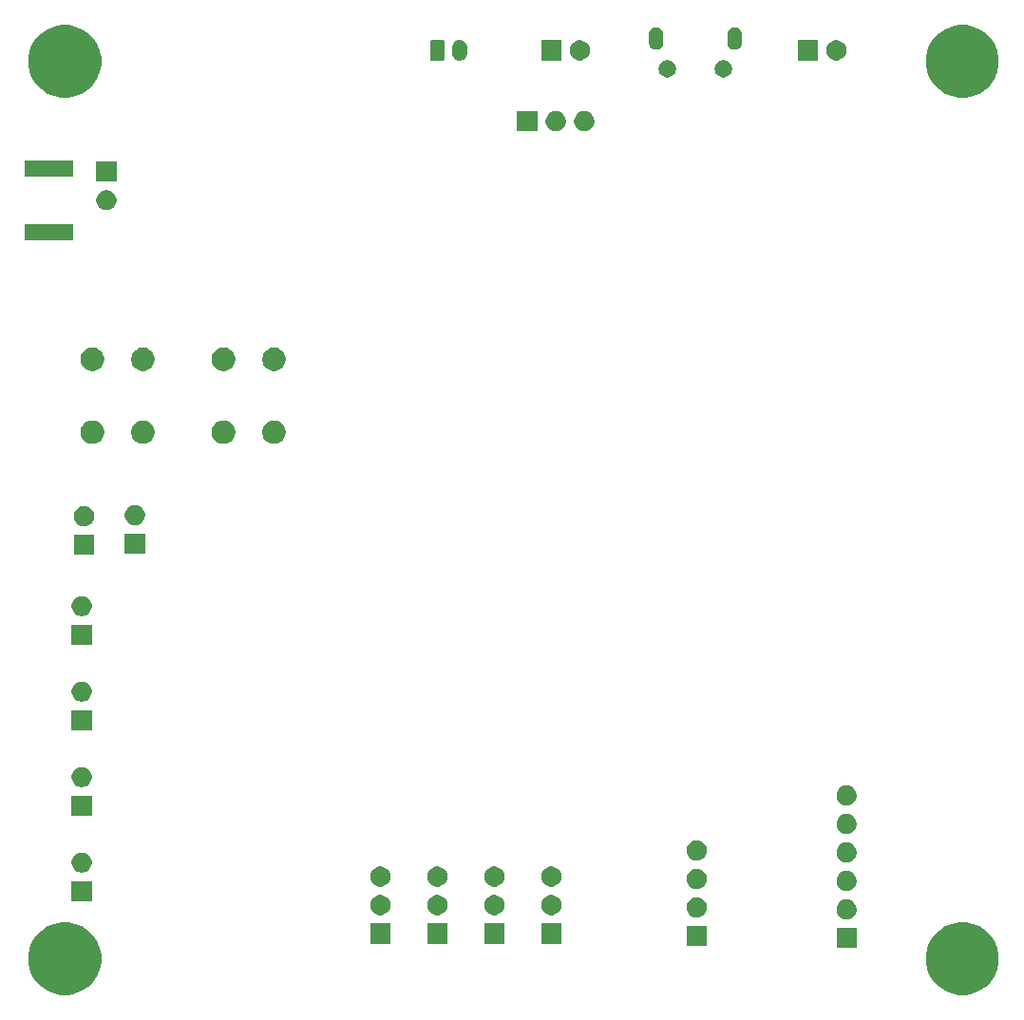
<source format=gbr>
G04 #@! TF.GenerationSoftware,KiCad,Pcbnew,5.1.5+dfsg1-2build2*
G04 #@! TF.CreationDate,2021-02-20T12:55:14-05:00*
G04 #@! TF.ProjectId,eboard,65626f61-7264-42e6-9b69-6361645f7063,rev?*
G04 #@! TF.SameCoordinates,Original*
G04 #@! TF.FileFunction,Soldermask,Bot*
G04 #@! TF.FilePolarity,Negative*
%FSLAX46Y46*%
G04 Gerber Fmt 4.6, Leading zero omitted, Abs format (unit mm)*
G04 Created by KiCad (PCBNEW 5.1.5+dfsg1-2build2) date 2021-02-20 12:55:14*
%MOMM*%
%LPD*%
G04 APERTURE LIST*
%ADD10C,0.100000*%
G04 APERTURE END LIST*
D10*
G36*
X123634239Y-110811467D02*
G01*
X123948282Y-110873934D01*
X124539926Y-111119001D01*
X125072392Y-111474784D01*
X125525216Y-111927608D01*
X125880999Y-112460074D01*
X126126066Y-113051718D01*
X126251000Y-113679804D01*
X126251000Y-114320196D01*
X126126066Y-114948282D01*
X125880999Y-115539926D01*
X125525216Y-116072392D01*
X125072392Y-116525216D01*
X124539926Y-116880999D01*
X123948282Y-117126066D01*
X123634239Y-117188533D01*
X123320197Y-117251000D01*
X122679803Y-117251000D01*
X122365761Y-117188533D01*
X122051718Y-117126066D01*
X121460074Y-116880999D01*
X120927608Y-116525216D01*
X120474784Y-116072392D01*
X120119001Y-115539926D01*
X119873934Y-114948282D01*
X119749000Y-114320196D01*
X119749000Y-113679804D01*
X119873934Y-113051718D01*
X120119001Y-112460074D01*
X120474784Y-111927608D01*
X120927608Y-111474784D01*
X121460074Y-111119001D01*
X122051718Y-110873934D01*
X122365761Y-110811467D01*
X122679803Y-110749000D01*
X123320197Y-110749000D01*
X123634239Y-110811467D01*
G37*
G36*
X43634239Y-110811467D02*
G01*
X43948282Y-110873934D01*
X44539926Y-111119001D01*
X45072392Y-111474784D01*
X45525216Y-111927608D01*
X45880999Y-112460074D01*
X46126066Y-113051718D01*
X46251000Y-113679804D01*
X46251000Y-114320196D01*
X46126066Y-114948282D01*
X45880999Y-115539926D01*
X45525216Y-116072392D01*
X45072392Y-116525216D01*
X44539926Y-116880999D01*
X43948282Y-117126066D01*
X43634239Y-117188533D01*
X43320197Y-117251000D01*
X42679803Y-117251000D01*
X42365761Y-117188533D01*
X42051718Y-117126066D01*
X41460074Y-116880999D01*
X40927608Y-116525216D01*
X40474784Y-116072392D01*
X40119001Y-115539926D01*
X39873934Y-114948282D01*
X39749000Y-114320196D01*
X39749000Y-113679804D01*
X39873934Y-113051718D01*
X40119001Y-112460074D01*
X40474784Y-111927608D01*
X40927608Y-111474784D01*
X41460074Y-111119001D01*
X42051718Y-110873934D01*
X42365761Y-110811467D01*
X42679803Y-110749000D01*
X43320197Y-110749000D01*
X43634239Y-110811467D01*
G37*
G36*
X113581000Y-113061000D02*
G01*
X111779000Y-113061000D01*
X111779000Y-111259000D01*
X113581000Y-111259000D01*
X113581000Y-113061000D01*
G37*
G36*
X100221000Y-112861000D02*
G01*
X98419000Y-112861000D01*
X98419000Y-111059000D01*
X100221000Y-111059000D01*
X100221000Y-112861000D01*
G37*
G36*
X82181000Y-112661000D02*
G01*
X80379000Y-112661000D01*
X80379000Y-110859000D01*
X82181000Y-110859000D01*
X82181000Y-112661000D01*
G37*
G36*
X87261000Y-112661000D02*
G01*
X85459000Y-112661000D01*
X85459000Y-110859000D01*
X87261000Y-110859000D01*
X87261000Y-112661000D01*
G37*
G36*
X77101000Y-112661000D02*
G01*
X75299000Y-112661000D01*
X75299000Y-110859000D01*
X77101000Y-110859000D01*
X77101000Y-112661000D01*
G37*
G36*
X72021000Y-112661000D02*
G01*
X70219000Y-112661000D01*
X70219000Y-110859000D01*
X72021000Y-110859000D01*
X72021000Y-112661000D01*
G37*
G36*
X112774508Y-108720147D02*
G01*
X112942812Y-108753624D01*
X113106784Y-108821544D01*
X113254354Y-108920147D01*
X113379853Y-109045646D01*
X113478456Y-109193216D01*
X113546376Y-109357188D01*
X113581000Y-109531259D01*
X113581000Y-109708741D01*
X113546376Y-109882812D01*
X113478456Y-110046784D01*
X113379853Y-110194354D01*
X113254354Y-110319853D01*
X113106784Y-110418456D01*
X112942812Y-110486376D01*
X112793512Y-110516073D01*
X112768742Y-110521000D01*
X112591258Y-110521000D01*
X112566488Y-110516073D01*
X112417188Y-110486376D01*
X112253216Y-110418456D01*
X112105646Y-110319853D01*
X111980147Y-110194354D01*
X111881544Y-110046784D01*
X111813624Y-109882812D01*
X111779000Y-109708741D01*
X111779000Y-109531259D01*
X111813624Y-109357188D01*
X111881544Y-109193216D01*
X111980147Y-109045646D01*
X112105646Y-108920147D01*
X112253216Y-108821544D01*
X112417188Y-108753624D01*
X112585492Y-108720147D01*
X112591258Y-108719000D01*
X112768742Y-108719000D01*
X112774508Y-108720147D01*
G37*
G36*
X99414508Y-108520147D02*
G01*
X99582812Y-108553624D01*
X99746784Y-108621544D01*
X99894354Y-108720147D01*
X100019853Y-108845646D01*
X100118456Y-108993216D01*
X100186376Y-109157188D01*
X100221000Y-109331259D01*
X100221000Y-109508741D01*
X100186376Y-109682812D01*
X100118456Y-109846784D01*
X100019853Y-109994354D01*
X99894354Y-110119853D01*
X99746784Y-110218456D01*
X99582812Y-110286376D01*
X99433512Y-110316073D01*
X99408742Y-110321000D01*
X99231258Y-110321000D01*
X99206488Y-110316073D01*
X99057188Y-110286376D01*
X98893216Y-110218456D01*
X98745646Y-110119853D01*
X98620147Y-109994354D01*
X98521544Y-109846784D01*
X98453624Y-109682812D01*
X98419000Y-109508741D01*
X98419000Y-109331259D01*
X98453624Y-109157188D01*
X98521544Y-108993216D01*
X98620147Y-108845646D01*
X98745646Y-108720147D01*
X98893216Y-108621544D01*
X99057188Y-108553624D01*
X99225492Y-108520147D01*
X99231258Y-108519000D01*
X99408742Y-108519000D01*
X99414508Y-108520147D01*
G37*
G36*
X86473512Y-108323927D02*
G01*
X86622812Y-108353624D01*
X86786784Y-108421544D01*
X86934354Y-108520147D01*
X87059853Y-108645646D01*
X87158456Y-108793216D01*
X87226376Y-108957188D01*
X87261000Y-109131259D01*
X87261000Y-109308741D01*
X87226376Y-109482812D01*
X87158456Y-109646784D01*
X87059853Y-109794354D01*
X86934354Y-109919853D01*
X86786784Y-110018456D01*
X86622812Y-110086376D01*
X86473512Y-110116073D01*
X86448742Y-110121000D01*
X86271258Y-110121000D01*
X86246488Y-110116073D01*
X86097188Y-110086376D01*
X85933216Y-110018456D01*
X85785646Y-109919853D01*
X85660147Y-109794354D01*
X85561544Y-109646784D01*
X85493624Y-109482812D01*
X85459000Y-109308741D01*
X85459000Y-109131259D01*
X85493624Y-108957188D01*
X85561544Y-108793216D01*
X85660147Y-108645646D01*
X85785646Y-108520147D01*
X85933216Y-108421544D01*
X86097188Y-108353624D01*
X86246488Y-108323927D01*
X86271258Y-108319000D01*
X86448742Y-108319000D01*
X86473512Y-108323927D01*
G37*
G36*
X71233512Y-108323927D02*
G01*
X71382812Y-108353624D01*
X71546784Y-108421544D01*
X71694354Y-108520147D01*
X71819853Y-108645646D01*
X71918456Y-108793216D01*
X71986376Y-108957188D01*
X72021000Y-109131259D01*
X72021000Y-109308741D01*
X71986376Y-109482812D01*
X71918456Y-109646784D01*
X71819853Y-109794354D01*
X71694354Y-109919853D01*
X71546784Y-110018456D01*
X71382812Y-110086376D01*
X71233512Y-110116073D01*
X71208742Y-110121000D01*
X71031258Y-110121000D01*
X71006488Y-110116073D01*
X70857188Y-110086376D01*
X70693216Y-110018456D01*
X70545646Y-109919853D01*
X70420147Y-109794354D01*
X70321544Y-109646784D01*
X70253624Y-109482812D01*
X70219000Y-109308741D01*
X70219000Y-109131259D01*
X70253624Y-108957188D01*
X70321544Y-108793216D01*
X70420147Y-108645646D01*
X70545646Y-108520147D01*
X70693216Y-108421544D01*
X70857188Y-108353624D01*
X71006488Y-108323927D01*
X71031258Y-108319000D01*
X71208742Y-108319000D01*
X71233512Y-108323927D01*
G37*
G36*
X81393512Y-108323927D02*
G01*
X81542812Y-108353624D01*
X81706784Y-108421544D01*
X81854354Y-108520147D01*
X81979853Y-108645646D01*
X82078456Y-108793216D01*
X82146376Y-108957188D01*
X82181000Y-109131259D01*
X82181000Y-109308741D01*
X82146376Y-109482812D01*
X82078456Y-109646784D01*
X81979853Y-109794354D01*
X81854354Y-109919853D01*
X81706784Y-110018456D01*
X81542812Y-110086376D01*
X81393512Y-110116073D01*
X81368742Y-110121000D01*
X81191258Y-110121000D01*
X81166488Y-110116073D01*
X81017188Y-110086376D01*
X80853216Y-110018456D01*
X80705646Y-109919853D01*
X80580147Y-109794354D01*
X80481544Y-109646784D01*
X80413624Y-109482812D01*
X80379000Y-109308741D01*
X80379000Y-109131259D01*
X80413624Y-108957188D01*
X80481544Y-108793216D01*
X80580147Y-108645646D01*
X80705646Y-108520147D01*
X80853216Y-108421544D01*
X81017188Y-108353624D01*
X81166488Y-108323927D01*
X81191258Y-108319000D01*
X81368742Y-108319000D01*
X81393512Y-108323927D01*
G37*
G36*
X76313512Y-108323927D02*
G01*
X76462812Y-108353624D01*
X76626784Y-108421544D01*
X76774354Y-108520147D01*
X76899853Y-108645646D01*
X76998456Y-108793216D01*
X77066376Y-108957188D01*
X77101000Y-109131259D01*
X77101000Y-109308741D01*
X77066376Y-109482812D01*
X76998456Y-109646784D01*
X76899853Y-109794354D01*
X76774354Y-109919853D01*
X76626784Y-110018456D01*
X76462812Y-110086376D01*
X76313512Y-110116073D01*
X76288742Y-110121000D01*
X76111258Y-110121000D01*
X76086488Y-110116073D01*
X75937188Y-110086376D01*
X75773216Y-110018456D01*
X75625646Y-109919853D01*
X75500147Y-109794354D01*
X75401544Y-109646784D01*
X75333624Y-109482812D01*
X75299000Y-109308741D01*
X75299000Y-109131259D01*
X75333624Y-108957188D01*
X75401544Y-108793216D01*
X75500147Y-108645646D01*
X75625646Y-108520147D01*
X75773216Y-108421544D01*
X75937188Y-108353624D01*
X76086488Y-108323927D01*
X76111258Y-108319000D01*
X76288742Y-108319000D01*
X76313512Y-108323927D01*
G37*
G36*
X45405000Y-108867000D02*
G01*
X43603000Y-108867000D01*
X43603000Y-107065000D01*
X45405000Y-107065000D01*
X45405000Y-108867000D01*
G37*
G36*
X112774508Y-106180147D02*
G01*
X112942812Y-106213624D01*
X113106784Y-106281544D01*
X113254354Y-106380147D01*
X113379853Y-106505646D01*
X113478456Y-106653216D01*
X113546376Y-106817188D01*
X113581000Y-106991259D01*
X113581000Y-107168741D01*
X113546376Y-107342812D01*
X113478456Y-107506784D01*
X113379853Y-107654354D01*
X113254354Y-107779853D01*
X113106784Y-107878456D01*
X112942812Y-107946376D01*
X112793512Y-107976073D01*
X112768742Y-107981000D01*
X112591258Y-107981000D01*
X112566488Y-107976073D01*
X112417188Y-107946376D01*
X112253216Y-107878456D01*
X112105646Y-107779853D01*
X111980147Y-107654354D01*
X111881544Y-107506784D01*
X111813624Y-107342812D01*
X111779000Y-107168741D01*
X111779000Y-106991259D01*
X111813624Y-106817188D01*
X111881544Y-106653216D01*
X111980147Y-106505646D01*
X112105646Y-106380147D01*
X112253216Y-106281544D01*
X112417188Y-106213624D01*
X112585492Y-106180147D01*
X112591258Y-106179000D01*
X112768742Y-106179000D01*
X112774508Y-106180147D01*
G37*
G36*
X99414508Y-105980147D02*
G01*
X99582812Y-106013624D01*
X99746784Y-106081544D01*
X99894354Y-106180147D01*
X100019853Y-106305646D01*
X100118456Y-106453216D01*
X100186376Y-106617188D01*
X100221000Y-106791259D01*
X100221000Y-106968741D01*
X100186376Y-107142812D01*
X100118456Y-107306784D01*
X100019853Y-107454354D01*
X99894354Y-107579853D01*
X99746784Y-107678456D01*
X99582812Y-107746376D01*
X99433512Y-107776073D01*
X99408742Y-107781000D01*
X99231258Y-107781000D01*
X99206488Y-107776073D01*
X99057188Y-107746376D01*
X98893216Y-107678456D01*
X98745646Y-107579853D01*
X98620147Y-107454354D01*
X98521544Y-107306784D01*
X98453624Y-107142812D01*
X98419000Y-106968741D01*
X98419000Y-106791259D01*
X98453624Y-106617188D01*
X98521544Y-106453216D01*
X98620147Y-106305646D01*
X98745646Y-106180147D01*
X98893216Y-106081544D01*
X99057188Y-106013624D01*
X99225492Y-105980147D01*
X99231258Y-105979000D01*
X99408742Y-105979000D01*
X99414508Y-105980147D01*
G37*
G36*
X76313512Y-105783927D02*
G01*
X76462812Y-105813624D01*
X76626784Y-105881544D01*
X76774354Y-105980147D01*
X76899853Y-106105646D01*
X76998456Y-106253216D01*
X77066376Y-106417188D01*
X77101000Y-106591259D01*
X77101000Y-106768741D01*
X77066376Y-106942812D01*
X76998456Y-107106784D01*
X76899853Y-107254354D01*
X76774354Y-107379853D01*
X76626784Y-107478456D01*
X76462812Y-107546376D01*
X76313512Y-107576073D01*
X76288742Y-107581000D01*
X76111258Y-107581000D01*
X76086488Y-107576073D01*
X75937188Y-107546376D01*
X75773216Y-107478456D01*
X75625646Y-107379853D01*
X75500147Y-107254354D01*
X75401544Y-107106784D01*
X75333624Y-106942812D01*
X75299000Y-106768741D01*
X75299000Y-106591259D01*
X75333624Y-106417188D01*
X75401544Y-106253216D01*
X75500147Y-106105646D01*
X75625646Y-105980147D01*
X75773216Y-105881544D01*
X75937188Y-105813624D01*
X76086488Y-105783927D01*
X76111258Y-105779000D01*
X76288742Y-105779000D01*
X76313512Y-105783927D01*
G37*
G36*
X71233512Y-105783927D02*
G01*
X71382812Y-105813624D01*
X71546784Y-105881544D01*
X71694354Y-105980147D01*
X71819853Y-106105646D01*
X71918456Y-106253216D01*
X71986376Y-106417188D01*
X72021000Y-106591259D01*
X72021000Y-106768741D01*
X71986376Y-106942812D01*
X71918456Y-107106784D01*
X71819853Y-107254354D01*
X71694354Y-107379853D01*
X71546784Y-107478456D01*
X71382812Y-107546376D01*
X71233512Y-107576073D01*
X71208742Y-107581000D01*
X71031258Y-107581000D01*
X71006488Y-107576073D01*
X70857188Y-107546376D01*
X70693216Y-107478456D01*
X70545646Y-107379853D01*
X70420147Y-107254354D01*
X70321544Y-107106784D01*
X70253624Y-106942812D01*
X70219000Y-106768741D01*
X70219000Y-106591259D01*
X70253624Y-106417188D01*
X70321544Y-106253216D01*
X70420147Y-106105646D01*
X70545646Y-105980147D01*
X70693216Y-105881544D01*
X70857188Y-105813624D01*
X71006488Y-105783927D01*
X71031258Y-105779000D01*
X71208742Y-105779000D01*
X71233512Y-105783927D01*
G37*
G36*
X86473512Y-105783927D02*
G01*
X86622812Y-105813624D01*
X86786784Y-105881544D01*
X86934354Y-105980147D01*
X87059853Y-106105646D01*
X87158456Y-106253216D01*
X87226376Y-106417188D01*
X87261000Y-106591259D01*
X87261000Y-106768741D01*
X87226376Y-106942812D01*
X87158456Y-107106784D01*
X87059853Y-107254354D01*
X86934354Y-107379853D01*
X86786784Y-107478456D01*
X86622812Y-107546376D01*
X86473512Y-107576073D01*
X86448742Y-107581000D01*
X86271258Y-107581000D01*
X86246488Y-107576073D01*
X86097188Y-107546376D01*
X85933216Y-107478456D01*
X85785646Y-107379853D01*
X85660147Y-107254354D01*
X85561544Y-107106784D01*
X85493624Y-106942812D01*
X85459000Y-106768741D01*
X85459000Y-106591259D01*
X85493624Y-106417188D01*
X85561544Y-106253216D01*
X85660147Y-106105646D01*
X85785646Y-105980147D01*
X85933216Y-105881544D01*
X86097188Y-105813624D01*
X86246488Y-105783927D01*
X86271258Y-105779000D01*
X86448742Y-105779000D01*
X86473512Y-105783927D01*
G37*
G36*
X81393512Y-105783927D02*
G01*
X81542812Y-105813624D01*
X81706784Y-105881544D01*
X81854354Y-105980147D01*
X81979853Y-106105646D01*
X82078456Y-106253216D01*
X82146376Y-106417188D01*
X82181000Y-106591259D01*
X82181000Y-106768741D01*
X82146376Y-106942812D01*
X82078456Y-107106784D01*
X81979853Y-107254354D01*
X81854354Y-107379853D01*
X81706784Y-107478456D01*
X81542812Y-107546376D01*
X81393512Y-107576073D01*
X81368742Y-107581000D01*
X81191258Y-107581000D01*
X81166488Y-107576073D01*
X81017188Y-107546376D01*
X80853216Y-107478456D01*
X80705646Y-107379853D01*
X80580147Y-107254354D01*
X80481544Y-107106784D01*
X80413624Y-106942812D01*
X80379000Y-106768741D01*
X80379000Y-106591259D01*
X80413624Y-106417188D01*
X80481544Y-106253216D01*
X80580147Y-106105646D01*
X80705646Y-105980147D01*
X80853216Y-105881544D01*
X81017188Y-105813624D01*
X81166488Y-105783927D01*
X81191258Y-105779000D01*
X81368742Y-105779000D01*
X81393512Y-105783927D01*
G37*
G36*
X44617512Y-104529927D02*
G01*
X44766812Y-104559624D01*
X44930784Y-104627544D01*
X45078354Y-104726147D01*
X45203853Y-104851646D01*
X45302456Y-104999216D01*
X45370376Y-105163188D01*
X45405000Y-105337259D01*
X45405000Y-105514741D01*
X45370376Y-105688812D01*
X45302456Y-105852784D01*
X45203853Y-106000354D01*
X45078354Y-106125853D01*
X44930784Y-106224456D01*
X44766812Y-106292376D01*
X44617512Y-106322073D01*
X44592742Y-106327000D01*
X44415258Y-106327000D01*
X44390488Y-106322073D01*
X44241188Y-106292376D01*
X44077216Y-106224456D01*
X43929646Y-106125853D01*
X43804147Y-106000354D01*
X43705544Y-105852784D01*
X43637624Y-105688812D01*
X43603000Y-105514741D01*
X43603000Y-105337259D01*
X43637624Y-105163188D01*
X43705544Y-104999216D01*
X43804147Y-104851646D01*
X43929646Y-104726147D01*
X44077216Y-104627544D01*
X44241188Y-104559624D01*
X44390488Y-104529927D01*
X44415258Y-104525000D01*
X44592742Y-104525000D01*
X44617512Y-104529927D01*
G37*
G36*
X112774508Y-103640147D02*
G01*
X112942812Y-103673624D01*
X113106784Y-103741544D01*
X113254354Y-103840147D01*
X113379853Y-103965646D01*
X113478456Y-104113216D01*
X113546376Y-104277188D01*
X113581000Y-104451259D01*
X113581000Y-104628741D01*
X113546376Y-104802812D01*
X113478456Y-104966784D01*
X113379853Y-105114354D01*
X113254354Y-105239853D01*
X113106784Y-105338456D01*
X112942812Y-105406376D01*
X112793512Y-105436073D01*
X112768742Y-105441000D01*
X112591258Y-105441000D01*
X112566488Y-105436073D01*
X112417188Y-105406376D01*
X112253216Y-105338456D01*
X112105646Y-105239853D01*
X111980147Y-105114354D01*
X111881544Y-104966784D01*
X111813624Y-104802812D01*
X111779000Y-104628741D01*
X111779000Y-104451259D01*
X111813624Y-104277188D01*
X111881544Y-104113216D01*
X111980147Y-103965646D01*
X112105646Y-103840147D01*
X112253216Y-103741544D01*
X112417188Y-103673624D01*
X112585492Y-103640147D01*
X112591258Y-103639000D01*
X112768742Y-103639000D01*
X112774508Y-103640147D01*
G37*
G36*
X99433512Y-103443927D02*
G01*
X99582812Y-103473624D01*
X99746784Y-103541544D01*
X99894354Y-103640147D01*
X100019853Y-103765646D01*
X100118456Y-103913216D01*
X100186376Y-104077188D01*
X100221000Y-104251259D01*
X100221000Y-104428741D01*
X100186376Y-104602812D01*
X100118456Y-104766784D01*
X100019853Y-104914354D01*
X99894354Y-105039853D01*
X99746784Y-105138456D01*
X99582812Y-105206376D01*
X99433512Y-105236073D01*
X99408742Y-105241000D01*
X99231258Y-105241000D01*
X99206488Y-105236073D01*
X99057188Y-105206376D01*
X98893216Y-105138456D01*
X98745646Y-105039853D01*
X98620147Y-104914354D01*
X98521544Y-104766784D01*
X98453624Y-104602812D01*
X98419000Y-104428741D01*
X98419000Y-104251259D01*
X98453624Y-104077188D01*
X98521544Y-103913216D01*
X98620147Y-103765646D01*
X98745646Y-103640147D01*
X98893216Y-103541544D01*
X99057188Y-103473624D01*
X99206488Y-103443927D01*
X99231258Y-103439000D01*
X99408742Y-103439000D01*
X99433512Y-103443927D01*
G37*
G36*
X112793512Y-101103927D02*
G01*
X112942812Y-101133624D01*
X113106784Y-101201544D01*
X113254354Y-101300147D01*
X113379853Y-101425646D01*
X113478456Y-101573216D01*
X113546376Y-101737188D01*
X113581000Y-101911259D01*
X113581000Y-102088741D01*
X113546376Y-102262812D01*
X113478456Y-102426784D01*
X113379853Y-102574354D01*
X113254354Y-102699853D01*
X113106784Y-102798456D01*
X112942812Y-102866376D01*
X112793512Y-102896073D01*
X112768742Y-102901000D01*
X112591258Y-102901000D01*
X112566488Y-102896073D01*
X112417188Y-102866376D01*
X112253216Y-102798456D01*
X112105646Y-102699853D01*
X111980147Y-102574354D01*
X111881544Y-102426784D01*
X111813624Y-102262812D01*
X111779000Y-102088741D01*
X111779000Y-101911259D01*
X111813624Y-101737188D01*
X111881544Y-101573216D01*
X111980147Y-101425646D01*
X112105646Y-101300147D01*
X112253216Y-101201544D01*
X112417188Y-101133624D01*
X112566488Y-101103927D01*
X112591258Y-101099000D01*
X112768742Y-101099000D01*
X112793512Y-101103927D01*
G37*
G36*
X45405000Y-101247000D02*
G01*
X43603000Y-101247000D01*
X43603000Y-99445000D01*
X45405000Y-99445000D01*
X45405000Y-101247000D01*
G37*
G36*
X112793512Y-98563927D02*
G01*
X112942812Y-98593624D01*
X113106784Y-98661544D01*
X113254354Y-98760147D01*
X113379853Y-98885646D01*
X113478456Y-99033216D01*
X113546376Y-99197188D01*
X113581000Y-99371259D01*
X113581000Y-99548741D01*
X113546376Y-99722812D01*
X113478456Y-99886784D01*
X113379853Y-100034354D01*
X113254354Y-100159853D01*
X113106784Y-100258456D01*
X112942812Y-100326376D01*
X112793512Y-100356073D01*
X112768742Y-100361000D01*
X112591258Y-100361000D01*
X112566488Y-100356073D01*
X112417188Y-100326376D01*
X112253216Y-100258456D01*
X112105646Y-100159853D01*
X111980147Y-100034354D01*
X111881544Y-99886784D01*
X111813624Y-99722812D01*
X111779000Y-99548741D01*
X111779000Y-99371259D01*
X111813624Y-99197188D01*
X111881544Y-99033216D01*
X111980147Y-98885646D01*
X112105646Y-98760147D01*
X112253216Y-98661544D01*
X112417188Y-98593624D01*
X112566488Y-98563927D01*
X112591258Y-98559000D01*
X112768742Y-98559000D01*
X112793512Y-98563927D01*
G37*
G36*
X44617512Y-96909927D02*
G01*
X44766812Y-96939624D01*
X44930784Y-97007544D01*
X45078354Y-97106147D01*
X45203853Y-97231646D01*
X45302456Y-97379216D01*
X45370376Y-97543188D01*
X45405000Y-97717259D01*
X45405000Y-97894741D01*
X45370376Y-98068812D01*
X45302456Y-98232784D01*
X45203853Y-98380354D01*
X45078354Y-98505853D01*
X44930784Y-98604456D01*
X44766812Y-98672376D01*
X44617512Y-98702073D01*
X44592742Y-98707000D01*
X44415258Y-98707000D01*
X44390488Y-98702073D01*
X44241188Y-98672376D01*
X44077216Y-98604456D01*
X43929646Y-98505853D01*
X43804147Y-98380354D01*
X43705544Y-98232784D01*
X43637624Y-98068812D01*
X43603000Y-97894741D01*
X43603000Y-97717259D01*
X43637624Y-97543188D01*
X43705544Y-97379216D01*
X43804147Y-97231646D01*
X43929646Y-97106147D01*
X44077216Y-97007544D01*
X44241188Y-96939624D01*
X44390488Y-96909927D01*
X44415258Y-96905000D01*
X44592742Y-96905000D01*
X44617512Y-96909927D01*
G37*
G36*
X45405000Y-93627000D02*
G01*
X43603000Y-93627000D01*
X43603000Y-91825000D01*
X45405000Y-91825000D01*
X45405000Y-93627000D01*
G37*
G36*
X44617512Y-89289927D02*
G01*
X44766812Y-89319624D01*
X44930784Y-89387544D01*
X45078354Y-89486147D01*
X45203853Y-89611646D01*
X45302456Y-89759216D01*
X45370376Y-89923188D01*
X45405000Y-90097259D01*
X45405000Y-90274741D01*
X45370376Y-90448812D01*
X45302456Y-90612784D01*
X45203853Y-90760354D01*
X45078354Y-90885853D01*
X44930784Y-90984456D01*
X44766812Y-91052376D01*
X44617512Y-91082073D01*
X44592742Y-91087000D01*
X44415258Y-91087000D01*
X44390488Y-91082073D01*
X44241188Y-91052376D01*
X44077216Y-90984456D01*
X43929646Y-90885853D01*
X43804147Y-90760354D01*
X43705544Y-90612784D01*
X43637624Y-90448812D01*
X43603000Y-90274741D01*
X43603000Y-90097259D01*
X43637624Y-89923188D01*
X43705544Y-89759216D01*
X43804147Y-89611646D01*
X43929646Y-89486147D01*
X44077216Y-89387544D01*
X44241188Y-89319624D01*
X44390488Y-89289927D01*
X44415258Y-89285000D01*
X44592742Y-89285000D01*
X44617512Y-89289927D01*
G37*
G36*
X45405000Y-86007000D02*
G01*
X43603000Y-86007000D01*
X43603000Y-84205000D01*
X45405000Y-84205000D01*
X45405000Y-86007000D01*
G37*
G36*
X44617512Y-81669927D02*
G01*
X44766812Y-81699624D01*
X44930784Y-81767544D01*
X45078354Y-81866147D01*
X45203853Y-81991646D01*
X45302456Y-82139216D01*
X45370376Y-82303188D01*
X45405000Y-82477259D01*
X45405000Y-82654741D01*
X45370376Y-82828812D01*
X45302456Y-82992784D01*
X45203853Y-83140354D01*
X45078354Y-83265853D01*
X44930784Y-83364456D01*
X44766812Y-83432376D01*
X44617512Y-83462073D01*
X44592742Y-83467000D01*
X44415258Y-83467000D01*
X44390488Y-83462073D01*
X44241188Y-83432376D01*
X44077216Y-83364456D01*
X43929646Y-83265853D01*
X43804147Y-83140354D01*
X43705544Y-82992784D01*
X43637624Y-82828812D01*
X43603000Y-82654741D01*
X43603000Y-82477259D01*
X43637624Y-82303188D01*
X43705544Y-82139216D01*
X43804147Y-81991646D01*
X43929646Y-81866147D01*
X44077216Y-81767544D01*
X44241188Y-81699624D01*
X44390488Y-81669927D01*
X44415258Y-81665000D01*
X44592742Y-81665000D01*
X44617512Y-81669927D01*
G37*
G36*
X45605000Y-77987000D02*
G01*
X43803000Y-77987000D01*
X43803000Y-76185000D01*
X45605000Y-76185000D01*
X45605000Y-77987000D01*
G37*
G36*
X50151000Y-77901000D02*
G01*
X48349000Y-77901000D01*
X48349000Y-76099000D01*
X50151000Y-76099000D01*
X50151000Y-77901000D01*
G37*
G36*
X44817512Y-73649927D02*
G01*
X44966812Y-73679624D01*
X45130784Y-73747544D01*
X45278354Y-73846147D01*
X45403853Y-73971646D01*
X45502456Y-74119216D01*
X45570376Y-74283188D01*
X45605000Y-74457259D01*
X45605000Y-74634741D01*
X45570376Y-74808812D01*
X45502456Y-74972784D01*
X45403853Y-75120354D01*
X45278354Y-75245853D01*
X45130784Y-75344456D01*
X44966812Y-75412376D01*
X44817512Y-75442073D01*
X44792742Y-75447000D01*
X44615258Y-75447000D01*
X44590488Y-75442073D01*
X44441188Y-75412376D01*
X44277216Y-75344456D01*
X44129646Y-75245853D01*
X44004147Y-75120354D01*
X43905544Y-74972784D01*
X43837624Y-74808812D01*
X43803000Y-74634741D01*
X43803000Y-74457259D01*
X43837624Y-74283188D01*
X43905544Y-74119216D01*
X44004147Y-73971646D01*
X44129646Y-73846147D01*
X44277216Y-73747544D01*
X44441188Y-73679624D01*
X44590488Y-73649927D01*
X44615258Y-73645000D01*
X44792742Y-73645000D01*
X44817512Y-73649927D01*
G37*
G36*
X49363512Y-73563927D02*
G01*
X49512812Y-73593624D01*
X49676784Y-73661544D01*
X49824354Y-73760147D01*
X49949853Y-73885646D01*
X50048456Y-74033216D01*
X50116376Y-74197188D01*
X50151000Y-74371259D01*
X50151000Y-74548741D01*
X50116376Y-74722812D01*
X50048456Y-74886784D01*
X49949853Y-75034354D01*
X49824354Y-75159853D01*
X49676784Y-75258456D01*
X49512812Y-75326376D01*
X49363512Y-75356073D01*
X49338742Y-75361000D01*
X49161258Y-75361000D01*
X49136488Y-75356073D01*
X48987188Y-75326376D01*
X48823216Y-75258456D01*
X48675646Y-75159853D01*
X48550147Y-75034354D01*
X48451544Y-74886784D01*
X48383624Y-74722812D01*
X48349000Y-74548741D01*
X48349000Y-74371259D01*
X48383624Y-74197188D01*
X48451544Y-74033216D01*
X48550147Y-73885646D01*
X48675646Y-73760147D01*
X48823216Y-73661544D01*
X48987188Y-73593624D01*
X49136488Y-73563927D01*
X49161258Y-73559000D01*
X49338742Y-73559000D01*
X49363512Y-73563927D01*
G37*
G36*
X61956564Y-66045389D02*
G01*
X62147833Y-66124615D01*
X62147835Y-66124616D01*
X62319973Y-66239635D01*
X62466365Y-66386027D01*
X62581385Y-66558167D01*
X62660611Y-66749436D01*
X62701000Y-66952484D01*
X62701000Y-67159516D01*
X62660611Y-67362564D01*
X62581385Y-67553833D01*
X62581384Y-67553835D01*
X62466365Y-67725973D01*
X62319973Y-67872365D01*
X62147835Y-67987384D01*
X62147834Y-67987385D01*
X62147833Y-67987385D01*
X61956564Y-68066611D01*
X61753516Y-68107000D01*
X61546484Y-68107000D01*
X61343436Y-68066611D01*
X61152167Y-67987385D01*
X61152166Y-67987385D01*
X61152165Y-67987384D01*
X60980027Y-67872365D01*
X60833635Y-67725973D01*
X60718616Y-67553835D01*
X60718615Y-67553833D01*
X60639389Y-67362564D01*
X60599000Y-67159516D01*
X60599000Y-66952484D01*
X60639389Y-66749436D01*
X60718615Y-66558167D01*
X60833635Y-66386027D01*
X60980027Y-66239635D01*
X61152165Y-66124616D01*
X61152167Y-66124615D01*
X61343436Y-66045389D01*
X61546484Y-66005000D01*
X61753516Y-66005000D01*
X61956564Y-66045389D01*
G37*
G36*
X57456564Y-66045389D02*
G01*
X57647833Y-66124615D01*
X57647835Y-66124616D01*
X57819973Y-66239635D01*
X57966365Y-66386027D01*
X58081385Y-66558167D01*
X58160611Y-66749436D01*
X58201000Y-66952484D01*
X58201000Y-67159516D01*
X58160611Y-67362564D01*
X58081385Y-67553833D01*
X58081384Y-67553835D01*
X57966365Y-67725973D01*
X57819973Y-67872365D01*
X57647835Y-67987384D01*
X57647834Y-67987385D01*
X57647833Y-67987385D01*
X57456564Y-68066611D01*
X57253516Y-68107000D01*
X57046484Y-68107000D01*
X56843436Y-68066611D01*
X56652167Y-67987385D01*
X56652166Y-67987385D01*
X56652165Y-67987384D01*
X56480027Y-67872365D01*
X56333635Y-67725973D01*
X56218616Y-67553835D01*
X56218615Y-67553833D01*
X56139389Y-67362564D01*
X56099000Y-67159516D01*
X56099000Y-66952484D01*
X56139389Y-66749436D01*
X56218615Y-66558167D01*
X56333635Y-66386027D01*
X56480027Y-66239635D01*
X56652165Y-66124616D01*
X56652167Y-66124615D01*
X56843436Y-66045389D01*
X57046484Y-66005000D01*
X57253516Y-66005000D01*
X57456564Y-66045389D01*
G37*
G36*
X50272564Y-66045389D02*
G01*
X50463833Y-66124615D01*
X50463835Y-66124616D01*
X50635973Y-66239635D01*
X50782365Y-66386027D01*
X50897385Y-66558167D01*
X50976611Y-66749436D01*
X51017000Y-66952484D01*
X51017000Y-67159516D01*
X50976611Y-67362564D01*
X50897385Y-67553833D01*
X50897384Y-67553835D01*
X50782365Y-67725973D01*
X50635973Y-67872365D01*
X50463835Y-67987384D01*
X50463834Y-67987385D01*
X50463833Y-67987385D01*
X50272564Y-68066611D01*
X50069516Y-68107000D01*
X49862484Y-68107000D01*
X49659436Y-68066611D01*
X49468167Y-67987385D01*
X49468166Y-67987385D01*
X49468165Y-67987384D01*
X49296027Y-67872365D01*
X49149635Y-67725973D01*
X49034616Y-67553835D01*
X49034615Y-67553833D01*
X48955389Y-67362564D01*
X48915000Y-67159516D01*
X48915000Y-66952484D01*
X48955389Y-66749436D01*
X49034615Y-66558167D01*
X49149635Y-66386027D01*
X49296027Y-66239635D01*
X49468165Y-66124616D01*
X49468167Y-66124615D01*
X49659436Y-66045389D01*
X49862484Y-66005000D01*
X50069516Y-66005000D01*
X50272564Y-66045389D01*
G37*
G36*
X45772564Y-66045389D02*
G01*
X45963833Y-66124615D01*
X45963835Y-66124616D01*
X46135973Y-66239635D01*
X46282365Y-66386027D01*
X46397385Y-66558167D01*
X46476611Y-66749436D01*
X46517000Y-66952484D01*
X46517000Y-67159516D01*
X46476611Y-67362564D01*
X46397385Y-67553833D01*
X46397384Y-67553835D01*
X46282365Y-67725973D01*
X46135973Y-67872365D01*
X45963835Y-67987384D01*
X45963834Y-67987385D01*
X45963833Y-67987385D01*
X45772564Y-68066611D01*
X45569516Y-68107000D01*
X45362484Y-68107000D01*
X45159436Y-68066611D01*
X44968167Y-67987385D01*
X44968166Y-67987385D01*
X44968165Y-67987384D01*
X44796027Y-67872365D01*
X44649635Y-67725973D01*
X44534616Y-67553835D01*
X44534615Y-67553833D01*
X44455389Y-67362564D01*
X44415000Y-67159516D01*
X44415000Y-66952484D01*
X44455389Y-66749436D01*
X44534615Y-66558167D01*
X44649635Y-66386027D01*
X44796027Y-66239635D01*
X44968165Y-66124616D01*
X44968167Y-66124615D01*
X45159436Y-66045389D01*
X45362484Y-66005000D01*
X45569516Y-66005000D01*
X45772564Y-66045389D01*
G37*
G36*
X45772564Y-59545389D02*
G01*
X45963833Y-59624615D01*
X45963835Y-59624616D01*
X46135973Y-59739635D01*
X46282365Y-59886027D01*
X46397385Y-60058167D01*
X46476611Y-60249436D01*
X46517000Y-60452484D01*
X46517000Y-60659516D01*
X46476611Y-60862564D01*
X46397385Y-61053833D01*
X46397384Y-61053835D01*
X46282365Y-61225973D01*
X46135973Y-61372365D01*
X45963835Y-61487384D01*
X45963834Y-61487385D01*
X45963833Y-61487385D01*
X45772564Y-61566611D01*
X45569516Y-61607000D01*
X45362484Y-61607000D01*
X45159436Y-61566611D01*
X44968167Y-61487385D01*
X44968166Y-61487385D01*
X44968165Y-61487384D01*
X44796027Y-61372365D01*
X44649635Y-61225973D01*
X44534616Y-61053835D01*
X44534615Y-61053833D01*
X44455389Y-60862564D01*
X44415000Y-60659516D01*
X44415000Y-60452484D01*
X44455389Y-60249436D01*
X44534615Y-60058167D01*
X44649635Y-59886027D01*
X44796027Y-59739635D01*
X44968165Y-59624616D01*
X44968167Y-59624615D01*
X45159436Y-59545389D01*
X45362484Y-59505000D01*
X45569516Y-59505000D01*
X45772564Y-59545389D01*
G37*
G36*
X50272564Y-59545389D02*
G01*
X50463833Y-59624615D01*
X50463835Y-59624616D01*
X50635973Y-59739635D01*
X50782365Y-59886027D01*
X50897385Y-60058167D01*
X50976611Y-60249436D01*
X51017000Y-60452484D01*
X51017000Y-60659516D01*
X50976611Y-60862564D01*
X50897385Y-61053833D01*
X50897384Y-61053835D01*
X50782365Y-61225973D01*
X50635973Y-61372365D01*
X50463835Y-61487384D01*
X50463834Y-61487385D01*
X50463833Y-61487385D01*
X50272564Y-61566611D01*
X50069516Y-61607000D01*
X49862484Y-61607000D01*
X49659436Y-61566611D01*
X49468167Y-61487385D01*
X49468166Y-61487385D01*
X49468165Y-61487384D01*
X49296027Y-61372365D01*
X49149635Y-61225973D01*
X49034616Y-61053835D01*
X49034615Y-61053833D01*
X48955389Y-60862564D01*
X48915000Y-60659516D01*
X48915000Y-60452484D01*
X48955389Y-60249436D01*
X49034615Y-60058167D01*
X49149635Y-59886027D01*
X49296027Y-59739635D01*
X49468165Y-59624616D01*
X49468167Y-59624615D01*
X49659436Y-59545389D01*
X49862484Y-59505000D01*
X50069516Y-59505000D01*
X50272564Y-59545389D01*
G37*
G36*
X57456564Y-59545389D02*
G01*
X57647833Y-59624615D01*
X57647835Y-59624616D01*
X57819973Y-59739635D01*
X57966365Y-59886027D01*
X58081385Y-60058167D01*
X58160611Y-60249436D01*
X58201000Y-60452484D01*
X58201000Y-60659516D01*
X58160611Y-60862564D01*
X58081385Y-61053833D01*
X58081384Y-61053835D01*
X57966365Y-61225973D01*
X57819973Y-61372365D01*
X57647835Y-61487384D01*
X57647834Y-61487385D01*
X57647833Y-61487385D01*
X57456564Y-61566611D01*
X57253516Y-61607000D01*
X57046484Y-61607000D01*
X56843436Y-61566611D01*
X56652167Y-61487385D01*
X56652166Y-61487385D01*
X56652165Y-61487384D01*
X56480027Y-61372365D01*
X56333635Y-61225973D01*
X56218616Y-61053835D01*
X56218615Y-61053833D01*
X56139389Y-60862564D01*
X56099000Y-60659516D01*
X56099000Y-60452484D01*
X56139389Y-60249436D01*
X56218615Y-60058167D01*
X56333635Y-59886027D01*
X56480027Y-59739635D01*
X56652165Y-59624616D01*
X56652167Y-59624615D01*
X56843436Y-59545389D01*
X57046484Y-59505000D01*
X57253516Y-59505000D01*
X57456564Y-59545389D01*
G37*
G36*
X61956564Y-59545389D02*
G01*
X62147833Y-59624615D01*
X62147835Y-59624616D01*
X62319973Y-59739635D01*
X62466365Y-59886027D01*
X62581385Y-60058167D01*
X62660611Y-60249436D01*
X62701000Y-60452484D01*
X62701000Y-60659516D01*
X62660611Y-60862564D01*
X62581385Y-61053833D01*
X62581384Y-61053835D01*
X62466365Y-61225973D01*
X62319973Y-61372365D01*
X62147835Y-61487384D01*
X62147834Y-61487385D01*
X62147833Y-61487385D01*
X61956564Y-61566611D01*
X61753516Y-61607000D01*
X61546484Y-61607000D01*
X61343436Y-61566611D01*
X61152167Y-61487385D01*
X61152166Y-61487385D01*
X61152165Y-61487384D01*
X60980027Y-61372365D01*
X60833635Y-61225973D01*
X60718616Y-61053835D01*
X60718615Y-61053833D01*
X60639389Y-60862564D01*
X60599000Y-60659516D01*
X60599000Y-60452484D01*
X60639389Y-60249436D01*
X60718615Y-60058167D01*
X60833635Y-59886027D01*
X60980027Y-59739635D01*
X61152165Y-59624616D01*
X61152167Y-59624615D01*
X61343436Y-59545389D01*
X61546484Y-59505000D01*
X61753516Y-59505000D01*
X61956564Y-59545389D01*
G37*
G36*
X43751000Y-49943000D02*
G01*
X39449000Y-49943000D01*
X39449000Y-48491000D01*
X43751000Y-48491000D01*
X43751000Y-49943000D01*
G37*
G36*
X46824112Y-45484327D02*
G01*
X46973412Y-45514024D01*
X47137384Y-45581944D01*
X47284954Y-45680547D01*
X47410453Y-45806046D01*
X47509056Y-45953616D01*
X47576976Y-46117588D01*
X47611600Y-46291659D01*
X47611600Y-46469141D01*
X47576976Y-46643212D01*
X47509056Y-46807184D01*
X47410453Y-46954754D01*
X47284954Y-47080253D01*
X47137384Y-47178856D01*
X46973412Y-47246776D01*
X46824112Y-47276473D01*
X46799342Y-47281400D01*
X46621858Y-47281400D01*
X46597088Y-47276473D01*
X46447788Y-47246776D01*
X46283816Y-47178856D01*
X46136246Y-47080253D01*
X46010747Y-46954754D01*
X45912144Y-46807184D01*
X45844224Y-46643212D01*
X45809600Y-46469141D01*
X45809600Y-46291659D01*
X45844224Y-46117588D01*
X45912144Y-45953616D01*
X46010747Y-45806046D01*
X46136246Y-45680547D01*
X46283816Y-45581944D01*
X46447788Y-45514024D01*
X46597088Y-45484327D01*
X46621858Y-45479400D01*
X46799342Y-45479400D01*
X46824112Y-45484327D01*
G37*
G36*
X47611600Y-44741400D02*
G01*
X45809600Y-44741400D01*
X45809600Y-42939400D01*
X47611600Y-42939400D01*
X47611600Y-44741400D01*
G37*
G36*
X43751000Y-44293000D02*
G01*
X39449000Y-44293000D01*
X39449000Y-42841000D01*
X43751000Y-42841000D01*
X43751000Y-44293000D01*
G37*
G36*
X85127400Y-40245600D02*
G01*
X83325400Y-40245600D01*
X83325400Y-38443600D01*
X85127400Y-38443600D01*
X85127400Y-40245600D01*
G37*
G36*
X89419912Y-38448527D02*
G01*
X89569212Y-38478224D01*
X89733184Y-38546144D01*
X89880754Y-38644747D01*
X90006253Y-38770246D01*
X90104856Y-38917816D01*
X90172776Y-39081788D01*
X90207400Y-39255859D01*
X90207400Y-39433341D01*
X90172776Y-39607412D01*
X90104856Y-39771384D01*
X90006253Y-39918954D01*
X89880754Y-40044453D01*
X89733184Y-40143056D01*
X89569212Y-40210976D01*
X89419912Y-40240673D01*
X89395142Y-40245600D01*
X89217658Y-40245600D01*
X89192888Y-40240673D01*
X89043588Y-40210976D01*
X88879616Y-40143056D01*
X88732046Y-40044453D01*
X88606547Y-39918954D01*
X88507944Y-39771384D01*
X88440024Y-39607412D01*
X88405400Y-39433341D01*
X88405400Y-39255859D01*
X88440024Y-39081788D01*
X88507944Y-38917816D01*
X88606547Y-38770246D01*
X88732046Y-38644747D01*
X88879616Y-38546144D01*
X89043588Y-38478224D01*
X89192888Y-38448527D01*
X89217658Y-38443600D01*
X89395142Y-38443600D01*
X89419912Y-38448527D01*
G37*
G36*
X86879912Y-38448527D02*
G01*
X87029212Y-38478224D01*
X87193184Y-38546144D01*
X87340754Y-38644747D01*
X87466253Y-38770246D01*
X87564856Y-38917816D01*
X87632776Y-39081788D01*
X87667400Y-39255859D01*
X87667400Y-39433341D01*
X87632776Y-39607412D01*
X87564856Y-39771384D01*
X87466253Y-39918954D01*
X87340754Y-40044453D01*
X87193184Y-40143056D01*
X87029212Y-40210976D01*
X86879912Y-40240673D01*
X86855142Y-40245600D01*
X86677658Y-40245600D01*
X86652888Y-40240673D01*
X86503588Y-40210976D01*
X86339616Y-40143056D01*
X86192046Y-40044453D01*
X86066547Y-39918954D01*
X85967944Y-39771384D01*
X85900024Y-39607412D01*
X85865400Y-39433341D01*
X85865400Y-39255859D01*
X85900024Y-39081788D01*
X85967944Y-38917816D01*
X86066547Y-38770246D01*
X86192046Y-38644747D01*
X86339616Y-38546144D01*
X86503588Y-38478224D01*
X86652888Y-38448527D01*
X86677658Y-38443600D01*
X86855142Y-38443600D01*
X86879912Y-38448527D01*
G37*
G36*
X123634239Y-30811467D02*
G01*
X123948282Y-30873934D01*
X124539926Y-31119001D01*
X125072392Y-31474784D01*
X125525216Y-31927608D01*
X125880999Y-32460074D01*
X126126066Y-33051718D01*
X126137409Y-33108742D01*
X126246748Y-33658425D01*
X126251000Y-33679804D01*
X126251000Y-34320196D01*
X126126066Y-34948282D01*
X125880999Y-35539926D01*
X125525216Y-36072392D01*
X125072392Y-36525216D01*
X124539926Y-36880999D01*
X123948282Y-37126066D01*
X123634239Y-37188533D01*
X123320197Y-37251000D01*
X122679803Y-37251000D01*
X122365761Y-37188533D01*
X122051718Y-37126066D01*
X121460074Y-36880999D01*
X120927608Y-36525216D01*
X120474784Y-36072392D01*
X120119001Y-35539926D01*
X119873934Y-34948282D01*
X119749000Y-34320196D01*
X119749000Y-33679804D01*
X119753253Y-33658425D01*
X119862591Y-33108742D01*
X119873934Y-33051718D01*
X120119001Y-32460074D01*
X120474784Y-31927608D01*
X120927608Y-31474784D01*
X121460074Y-31119001D01*
X122051718Y-30873934D01*
X122365761Y-30811467D01*
X122679803Y-30749000D01*
X123320197Y-30749000D01*
X123634239Y-30811467D01*
G37*
G36*
X43634239Y-30811467D02*
G01*
X43948282Y-30873934D01*
X44539926Y-31119001D01*
X45072392Y-31474784D01*
X45525216Y-31927608D01*
X45880999Y-32460074D01*
X46126066Y-33051718D01*
X46137409Y-33108742D01*
X46246748Y-33658425D01*
X46251000Y-33679804D01*
X46251000Y-34320196D01*
X46126066Y-34948282D01*
X45880999Y-35539926D01*
X45525216Y-36072392D01*
X45072392Y-36525216D01*
X44539926Y-36880999D01*
X43948282Y-37126066D01*
X43634239Y-37188533D01*
X43320197Y-37251000D01*
X42679803Y-37251000D01*
X42365761Y-37188533D01*
X42051718Y-37126066D01*
X41460074Y-36880999D01*
X40927608Y-36525216D01*
X40474784Y-36072392D01*
X40119001Y-35539926D01*
X39873934Y-34948282D01*
X39749000Y-34320196D01*
X39749000Y-33679804D01*
X39753253Y-33658425D01*
X39862591Y-33108742D01*
X39873934Y-33051718D01*
X40119001Y-32460074D01*
X40474784Y-31927608D01*
X40927608Y-31474784D01*
X41460074Y-31119001D01*
X42051718Y-30873934D01*
X42365761Y-30811467D01*
X42679803Y-30749000D01*
X43320197Y-30749000D01*
X43634239Y-30811467D01*
G37*
G36*
X96926348Y-33916320D02*
G01*
X96926350Y-33916321D01*
X96926351Y-33916321D01*
X97067574Y-33974817D01*
X97067577Y-33974819D01*
X97194669Y-34059739D01*
X97302761Y-34167831D01*
X97387681Y-34294923D01*
X97387683Y-34294926D01*
X97446179Y-34436149D01*
X97476000Y-34586071D01*
X97476000Y-34738929D01*
X97446179Y-34888851D01*
X97387683Y-35030074D01*
X97387681Y-35030077D01*
X97302761Y-35157169D01*
X97194669Y-35265261D01*
X97067577Y-35350181D01*
X97067574Y-35350183D01*
X96926351Y-35408679D01*
X96926350Y-35408679D01*
X96926348Y-35408680D01*
X96776431Y-35438500D01*
X96623569Y-35438500D01*
X96473652Y-35408680D01*
X96473650Y-35408679D01*
X96473649Y-35408679D01*
X96332426Y-35350183D01*
X96332423Y-35350181D01*
X96205331Y-35265261D01*
X96097239Y-35157169D01*
X96012319Y-35030077D01*
X96012317Y-35030074D01*
X95953821Y-34888851D01*
X95924000Y-34738929D01*
X95924000Y-34586071D01*
X95953821Y-34436149D01*
X96012317Y-34294926D01*
X96012319Y-34294923D01*
X96097239Y-34167831D01*
X96205331Y-34059739D01*
X96332423Y-33974819D01*
X96332426Y-33974817D01*
X96473649Y-33916321D01*
X96473650Y-33916321D01*
X96473652Y-33916320D01*
X96623569Y-33886500D01*
X96776431Y-33886500D01*
X96926348Y-33916320D01*
G37*
G36*
X101926348Y-33916320D02*
G01*
X101926350Y-33916321D01*
X101926351Y-33916321D01*
X102067574Y-33974817D01*
X102067577Y-33974819D01*
X102194669Y-34059739D01*
X102302761Y-34167831D01*
X102387681Y-34294923D01*
X102387683Y-34294926D01*
X102446179Y-34436149D01*
X102476000Y-34586071D01*
X102476000Y-34738929D01*
X102446179Y-34888851D01*
X102387683Y-35030074D01*
X102387681Y-35030077D01*
X102302761Y-35157169D01*
X102194669Y-35265261D01*
X102067577Y-35350181D01*
X102067574Y-35350183D01*
X101926351Y-35408679D01*
X101926350Y-35408679D01*
X101926348Y-35408680D01*
X101776431Y-35438500D01*
X101623569Y-35438500D01*
X101473652Y-35408680D01*
X101473650Y-35408679D01*
X101473649Y-35408679D01*
X101332426Y-35350183D01*
X101332423Y-35350181D01*
X101205331Y-35265261D01*
X101097239Y-35157169D01*
X101012319Y-35030077D01*
X101012317Y-35030074D01*
X100953821Y-34888851D01*
X100924000Y-34738929D01*
X100924000Y-34586071D01*
X100953821Y-34436149D01*
X101012317Y-34294926D01*
X101012319Y-34294923D01*
X101097239Y-34167831D01*
X101205331Y-34059739D01*
X101332423Y-33974819D01*
X101332426Y-33974817D01*
X101473649Y-33916321D01*
X101473650Y-33916321D01*
X101473652Y-33916320D01*
X101623569Y-33886500D01*
X101776431Y-33886500D01*
X101926348Y-33916320D01*
G37*
G36*
X78327617Y-32103420D02*
G01*
X78408399Y-32127925D01*
X78450335Y-32140646D01*
X78563424Y-32201094D01*
X78662554Y-32282447D01*
X78743906Y-32381575D01*
X78804354Y-32494664D01*
X78814040Y-32526596D01*
X78841580Y-32617382D01*
X78851000Y-32713027D01*
X78851000Y-33326973D01*
X78841580Y-33422618D01*
X78834249Y-33446784D01*
X78804354Y-33545336D01*
X78743906Y-33658425D01*
X78662554Y-33757554D01*
X78563425Y-33838906D01*
X78450336Y-33899354D01*
X78418404Y-33909040D01*
X78327618Y-33936580D01*
X78200000Y-33949149D01*
X78072383Y-33936580D01*
X77981597Y-33909040D01*
X77949665Y-33899354D01*
X77836576Y-33838906D01*
X77737447Y-33757554D01*
X77656096Y-33658427D01*
X77656095Y-33658425D01*
X77595647Y-33545336D01*
X77595645Y-33545333D01*
X77565751Y-33446784D01*
X77558420Y-33422618D01*
X77549000Y-33326973D01*
X77549000Y-32713028D01*
X77558420Y-32617383D01*
X77595645Y-32494669D01*
X77595646Y-32494665D01*
X77656094Y-32381576D01*
X77737447Y-32282446D01*
X77836575Y-32201094D01*
X77949664Y-32140646D01*
X77991600Y-32127925D01*
X78072382Y-32103420D01*
X78200000Y-32090851D01*
X78327617Y-32103420D01*
G37*
G36*
X76691242Y-32098404D02*
G01*
X76728337Y-32109657D01*
X76762515Y-32127925D01*
X76792481Y-32152519D01*
X76817075Y-32182485D01*
X76835343Y-32216663D01*
X76846596Y-32253758D01*
X76851000Y-32298474D01*
X76851000Y-33741526D01*
X76846596Y-33786242D01*
X76835343Y-33823337D01*
X76817075Y-33857515D01*
X76792481Y-33887481D01*
X76762515Y-33912075D01*
X76728337Y-33930343D01*
X76691242Y-33941596D01*
X76646526Y-33946000D01*
X75753474Y-33946000D01*
X75708758Y-33941596D01*
X75671663Y-33930343D01*
X75637485Y-33912075D01*
X75607519Y-33887481D01*
X75582925Y-33857515D01*
X75564657Y-33823337D01*
X75553404Y-33786242D01*
X75549000Y-33741526D01*
X75549000Y-32298474D01*
X75553404Y-32253758D01*
X75564657Y-32216663D01*
X75582925Y-32182485D01*
X75607519Y-32152519D01*
X75637485Y-32127925D01*
X75671663Y-32109657D01*
X75708758Y-32098404D01*
X75753474Y-32094000D01*
X76646526Y-32094000D01*
X76691242Y-32098404D01*
G37*
G36*
X87261000Y-33921000D02*
G01*
X85459000Y-33921000D01*
X85459000Y-32119000D01*
X87261000Y-32119000D01*
X87261000Y-33921000D01*
G37*
G36*
X89013512Y-32123927D02*
G01*
X89162812Y-32153624D01*
X89326784Y-32221544D01*
X89474354Y-32320147D01*
X89599853Y-32445646D01*
X89698456Y-32593216D01*
X89766376Y-32757188D01*
X89801000Y-32931259D01*
X89801000Y-33108741D01*
X89766376Y-33282812D01*
X89698456Y-33446784D01*
X89599853Y-33594354D01*
X89474354Y-33719853D01*
X89326784Y-33818456D01*
X89162812Y-33886376D01*
X89013512Y-33916073D01*
X88988742Y-33921000D01*
X88811258Y-33921000D01*
X88786488Y-33916073D01*
X88637188Y-33886376D01*
X88473216Y-33818456D01*
X88325646Y-33719853D01*
X88200147Y-33594354D01*
X88101544Y-33446784D01*
X88033624Y-33282812D01*
X87999000Y-33108741D01*
X87999000Y-32931259D01*
X88033624Y-32757188D01*
X88101544Y-32593216D01*
X88200147Y-32445646D01*
X88325646Y-32320147D01*
X88473216Y-32221544D01*
X88637188Y-32153624D01*
X88786488Y-32123927D01*
X88811258Y-32119000D01*
X88988742Y-32119000D01*
X89013512Y-32123927D01*
G37*
G36*
X111873512Y-32123927D02*
G01*
X112022812Y-32153624D01*
X112186784Y-32221544D01*
X112334354Y-32320147D01*
X112459853Y-32445646D01*
X112558456Y-32593216D01*
X112626376Y-32757188D01*
X112661000Y-32931259D01*
X112661000Y-33108741D01*
X112626376Y-33282812D01*
X112558456Y-33446784D01*
X112459853Y-33594354D01*
X112334354Y-33719853D01*
X112186784Y-33818456D01*
X112022812Y-33886376D01*
X111873512Y-33916073D01*
X111848742Y-33921000D01*
X111671258Y-33921000D01*
X111646488Y-33916073D01*
X111497188Y-33886376D01*
X111333216Y-33818456D01*
X111185646Y-33719853D01*
X111060147Y-33594354D01*
X110961544Y-33446784D01*
X110893624Y-33282812D01*
X110859000Y-33108741D01*
X110859000Y-32931259D01*
X110893624Y-32757188D01*
X110961544Y-32593216D01*
X111060147Y-32445646D01*
X111185646Y-32320147D01*
X111333216Y-32221544D01*
X111497188Y-32153624D01*
X111646488Y-32123927D01*
X111671258Y-32119000D01*
X111848742Y-32119000D01*
X111873512Y-32123927D01*
G37*
G36*
X110121000Y-33921000D02*
G01*
X108319000Y-33921000D01*
X108319000Y-32119000D01*
X110121000Y-32119000D01*
X110121000Y-33921000D01*
G37*
G36*
X102827617Y-30970920D02*
G01*
X102918403Y-30998460D01*
X102950335Y-31008146D01*
X103063424Y-31068594D01*
X103162554Y-31149947D01*
X103243906Y-31249075D01*
X103304354Y-31362164D01*
X103314040Y-31394096D01*
X103341580Y-31484882D01*
X103351000Y-31580527D01*
X103351000Y-32344473D01*
X103341580Y-32440118D01*
X103325033Y-32494665D01*
X103304354Y-32562836D01*
X103243906Y-32675925D01*
X103162554Y-32775054D01*
X103063425Y-32856406D01*
X102950336Y-32916854D01*
X102918404Y-32926540D01*
X102827618Y-32954080D01*
X102700000Y-32966649D01*
X102572383Y-32954080D01*
X102481597Y-32926540D01*
X102449665Y-32916854D01*
X102336576Y-32856406D01*
X102237447Y-32775054D01*
X102156095Y-32675925D01*
X102095648Y-32562837D01*
X102095645Y-32562832D01*
X102058420Y-32440118D01*
X102049000Y-32344473D01*
X102049000Y-31580528D01*
X102058420Y-31484883D01*
X102095645Y-31362169D01*
X102095646Y-31362165D01*
X102156094Y-31249076D01*
X102237447Y-31149946D01*
X102336575Y-31068594D01*
X102449664Y-31008146D01*
X102481596Y-30998460D01*
X102572382Y-30970920D01*
X102700000Y-30958351D01*
X102827617Y-30970920D01*
G37*
G36*
X95827618Y-30970920D02*
G01*
X95918404Y-30998460D01*
X95950336Y-31008146D01*
X96063425Y-31068594D01*
X96162554Y-31149946D01*
X96243906Y-31249075D01*
X96304354Y-31362164D01*
X96314040Y-31394096D01*
X96341580Y-31484882D01*
X96351000Y-31580527D01*
X96351000Y-32344473D01*
X96341580Y-32440118D01*
X96325033Y-32494665D01*
X96304354Y-32562836D01*
X96243906Y-32675925D01*
X96162554Y-32775053D01*
X96063424Y-32856406D01*
X95950335Y-32916854D01*
X95918403Y-32926540D01*
X95827617Y-32954080D01*
X95700000Y-32966649D01*
X95572382Y-32954080D01*
X95481596Y-32926540D01*
X95449664Y-32916854D01*
X95336575Y-32856406D01*
X95237447Y-32775054D01*
X95156094Y-32675924D01*
X95095646Y-32562835D01*
X95060098Y-32445647D01*
X95058420Y-32440117D01*
X95049000Y-32344472D01*
X95049000Y-31580527D01*
X95058420Y-31484882D01*
X95095645Y-31362168D01*
X95120608Y-31315466D01*
X95156095Y-31249075D01*
X95237447Y-31149946D01*
X95336576Y-31068594D01*
X95449665Y-31008146D01*
X95481597Y-30998460D01*
X95572383Y-30970920D01*
X95700000Y-30958351D01*
X95827618Y-30970920D01*
G37*
M02*

</source>
